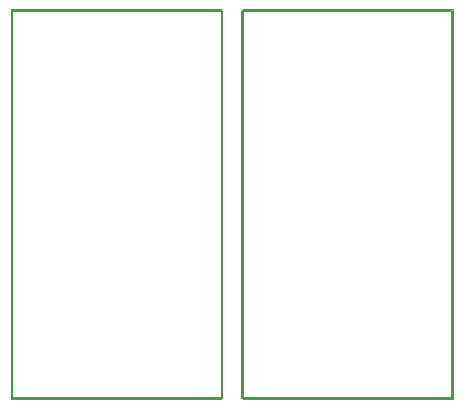
<source format=gbo>
G75*
G70*
%OFA0B0*%
%FSLAX25Y25*%
%IPPOS*%
%LPD*%
%AMOC8*
5,1,8,0,0,1.08239X$1,22.5*
%
%ADD15C,0.00800*%
%ADD19C,0.00000*%
X0010000Y0010000D02*
G75*
%LPD*%
D19*
X0010000Y0010000D02*
X0010000Y0139960D01*
X0079950Y0139960D01*
X0079950Y0010000D01*
X0010000Y0010000D01*
D15*
X0010400Y0010400D02*
X0010400Y0139560D01*
X0010400Y0139560D02*
X0080350Y0139560D01*
X0080350Y0139560D02*
X0080350Y0010400D01*
X0010400Y0010400D01*
X0087450Y0010000D02*
G75*
%LPD*%
D19*
X0087450Y0010000D02*
X0087450Y0139960D01*
X0157400Y0139960D01*
X0157400Y0010000D01*
X0087450Y0010000D01*
D15*
X0087050Y0010400D02*
X0087050Y0139560D01*
X0157000Y0139560D01*
X0157000Y0139560D02*
X0157000Y0010400D01*
X0157000Y0010400D02*
X0087050Y0010400D01*
M02*

</source>
